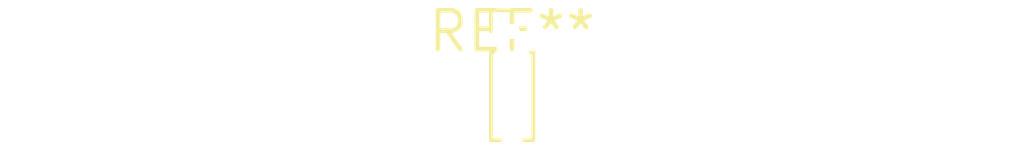
<source format=kicad_pcb>
(kicad_pcb (version 20240108) (generator pcbnew)
  (layers (0 "F.Cu" signal) (31 "B.Cu" signal) (34 "B.Paste" user) (35 "F.Paste" user) (36 "B.SilkS" user "B.Silkscreen") (37 "F.SilkS" user "F.Silkscreen") (38 "B.Mask" user) (39 "F.Mask" user) (44 "Edge.Cuts" user))
  (net 0 "")
  (footprint "PinHeader_1x04_P1.00mm_Vertical" (layer "F.Cu") (at 0 0)
    (property "Reference" "REF**")
    (property "Value" "PinHeader_1x04_P1.00mm_Vertical")
    (fp_line (start -0.695 -0.685) (end 0 -0.685) (layer "F.SilkS") (stroke (width 0.12)))
    (fp_line (start -0.695 0) (end -0.695 -0.685) (layer "F.SilkS") (stroke (width 0.12)))
    (fp_line (start -0.695 0.685) (end -0.695 3.56) (layer "F.SilkS") (stroke (width 0.12)))
    (fp_line (start -0.695 0.685) (end -0.608276 0.685) (layer "F.SilkS") (stroke (width 0.12)))
    (fp_line (start -0.695 3.56) (end -0.394493 3.56) (layer "F.SilkS") (stroke (width 0.12)))
    (fp_line (start 0.394493 3.56) (end 0.695 3.56) (layer "F.SilkS") (stroke (width 0.12)))
    (fp_line (start 0.608276 0.685) (end 0.695 0.685) (layer "F.SilkS") (stroke (width 0.12)))
    (fp_line (start 0.695 0.685) (end 0.695 3.56) (layer "F.SilkS") (stroke (width 0.12)))
    (pad "1" thru_hole rect (at 0 0) (size 0.85 0.85) (drill 0.5) (layers *.Cu *.Mask) (remove_unused_layers))
    (pad "2" thru_hole oval (at 0 1) (size 0.85 0.85) (drill 0.5) (layers *.Cu *.Mask) (remove_unused_layers))
    (pad "3" thru_hole oval (at 0 2) (size 0.85 0.85) (drill 0.5) (layers *.Cu *.Mask) (remove_unused_layers))
    (pad "4" thru_hole oval (at 0 3) (size 0.85 0.85) (drill 0.5) (layers *.Cu *.Mask) (remove_unused_layers))
  )
)
</source>
